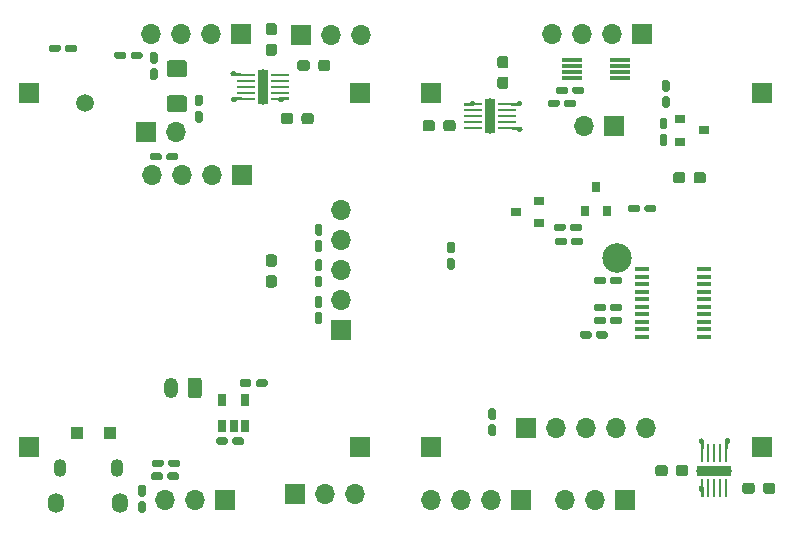
<source format=gbs>
%TF.GenerationSoftware,KiCad,Pcbnew,(5.1.6)-1*%
%TF.CreationDate,2020-11-04T17:06:36+09:00*%
%TF.ProjectId,schematic,73636865-6d61-4746-9963-2e6b69636164,rev?*%
%TF.SameCoordinates,Original*%
%TF.FileFunction,Soldermask,Bot*%
%TF.FilePolarity,Negative*%
%FSLAX46Y46*%
G04 Gerber Fmt 4.6, Leading zero omitted, Abs format (unit mm)*
G04 Created by KiCad (PCBNEW (5.1.6)-1) date 2020-11-04 17:06:36*
%MOMM*%
%LPD*%
G01*
G04 APERTURE LIST*
%ADD10R,1.700000X1.700000*%
%ADD11O,1.700000X1.700000*%
%ADD12R,1.800000X0.300000*%
%ADD13O,1.200000X1.750000*%
%ADD14R,1.100000X1.100000*%
%ADD15C,1.500000*%
%ADD16R,0.800000X0.900000*%
%ADD17R,0.900000X0.800000*%
%ADD18R,1.500000X0.250000*%
%ADD19R,0.840000X3.000000*%
%ADD20O,0.840000X3.000000*%
%ADD21C,0.100000*%
%ADD22R,0.650000X1.060000*%
%ADD23R,0.250000X1.500000*%
%ADD24R,3.000000X0.840000*%
%ADD25O,3.000000X0.840000*%
%ADD26R,1.200000X0.400000*%
%ADD27C,2.500000*%
%ADD28O,1.100000X1.500000*%
%ADD29O,1.350000X1.700000*%
G04 APERTURE END LIST*
D10*
%TO.C,J5*%
X74000000Y-72000000D03*
D11*
X71460000Y-72000000D03*
X68920000Y-72000000D03*
X66380000Y-72000000D03*
%TD*%
D12*
%TO.C,U9*%
X101950000Y-63750000D03*
X101950000Y-63250000D03*
X101950000Y-62750000D03*
X101950000Y-62250000D03*
X106050000Y-62250000D03*
X106050000Y-62750000D03*
X106050000Y-63250000D03*
X106050000Y-63750000D03*
%TD*%
%TO.C,BT1*%
G36*
G01*
X70600000Y-89374999D02*
X70600000Y-90625001D01*
G75*
G02*
X70350001Y-90875000I-249999J0D01*
G01*
X69649999Y-90875000D01*
G75*
G02*
X69400000Y-90625001I0J249999D01*
G01*
X69400000Y-89374999D01*
G75*
G02*
X69649999Y-89125000I249999J0D01*
G01*
X70350001Y-89125000D01*
G75*
G02*
X70600000Y-89374999I0J-249999D01*
G01*
G37*
D13*
X68000000Y-90000000D03*
%TD*%
%TO.C,C1*%
G36*
G01*
X76737500Y-60150000D02*
X76262500Y-60150000D01*
G75*
G02*
X76025000Y-59912500I0J237500D01*
G01*
X76025000Y-59337500D01*
G75*
G02*
X76262500Y-59100000I237500J0D01*
G01*
X76737500Y-59100000D01*
G75*
G02*
X76975000Y-59337500I0J-237500D01*
G01*
X76975000Y-59912500D01*
G75*
G02*
X76737500Y-60150000I-237500J0D01*
G01*
G37*
G36*
G01*
X76737500Y-61900000D02*
X76262500Y-61900000D01*
G75*
G02*
X76025000Y-61662500I0J237500D01*
G01*
X76025000Y-61087500D01*
G75*
G02*
X76262500Y-60850000I237500J0D01*
G01*
X76737500Y-60850000D01*
G75*
G02*
X76975000Y-61087500I0J-237500D01*
G01*
X76975000Y-61662500D01*
G75*
G02*
X76737500Y-61900000I-237500J0D01*
G01*
G37*
%TD*%
%TO.C,C2*%
G36*
G01*
X81500000Y-62462500D02*
X81500000Y-62937500D01*
G75*
G02*
X81262500Y-63175000I-237500J0D01*
G01*
X80687500Y-63175000D01*
G75*
G02*
X80450000Y-62937500I0J237500D01*
G01*
X80450000Y-62462500D01*
G75*
G02*
X80687500Y-62225000I237500J0D01*
G01*
X81262500Y-62225000D01*
G75*
G02*
X81500000Y-62462500I0J-237500D01*
G01*
G37*
G36*
G01*
X79750000Y-62462500D02*
X79750000Y-62937500D01*
G75*
G02*
X79512500Y-63175000I-237500J0D01*
G01*
X78937500Y-63175000D01*
G75*
G02*
X78700000Y-62937500I0J237500D01*
G01*
X78700000Y-62462500D01*
G75*
G02*
X78937500Y-62225000I237500J0D01*
G01*
X79512500Y-62225000D01*
G75*
G02*
X79750000Y-62462500I0J-237500D01*
G01*
G37*
%TD*%
%TO.C,C7*%
G36*
G01*
X77300000Y-67437500D02*
X77300000Y-66962500D01*
G75*
G02*
X77537500Y-66725000I237500J0D01*
G01*
X78112500Y-66725000D01*
G75*
G02*
X78350000Y-66962500I0J-237500D01*
G01*
X78350000Y-67437500D01*
G75*
G02*
X78112500Y-67675000I-237500J0D01*
G01*
X77537500Y-67675000D01*
G75*
G02*
X77300000Y-67437500I0J237500D01*
G01*
G37*
G36*
G01*
X79050000Y-67437500D02*
X79050000Y-66962500D01*
G75*
G02*
X79287500Y-66725000I237500J0D01*
G01*
X79862500Y-66725000D01*
G75*
G02*
X80100000Y-66962500I0J-237500D01*
G01*
X80100000Y-67437500D01*
G75*
G02*
X79862500Y-67675000I-237500J0D01*
G01*
X79287500Y-67675000D01*
G75*
G02*
X79050000Y-67437500I0J237500D01*
G01*
G37*
%TD*%
%TO.C,C9*%
G36*
G01*
X73190000Y-94660000D02*
X73190000Y-94340000D01*
G75*
G02*
X73350000Y-94180000I160000J0D01*
G01*
X74030000Y-94180000D01*
G75*
G02*
X74190000Y-94340000I0J-160000D01*
G01*
X74190000Y-94660000D01*
G75*
G02*
X74030000Y-94820000I-160000J0D01*
G01*
X73350000Y-94820000D01*
G75*
G02*
X73190000Y-94660000I0J160000D01*
G01*
G37*
G36*
G01*
X71810000Y-94660000D02*
X71810000Y-94340000D01*
G75*
G02*
X71970000Y-94180000I160000J0D01*
G01*
X72650000Y-94180000D01*
G75*
G02*
X72810000Y-94340000I0J-160000D01*
G01*
X72810000Y-94660000D01*
G75*
G02*
X72650000Y-94820000I-160000J0D01*
G01*
X71970000Y-94820000D01*
G75*
G02*
X71810000Y-94660000I0J160000D01*
G01*
G37*
%TD*%
%TO.C,C10*%
G36*
G01*
X106190000Y-84140000D02*
X106190000Y-84460000D01*
G75*
G02*
X106030000Y-84620000I-160000J0D01*
G01*
X105350000Y-84620000D01*
G75*
G02*
X105190000Y-84460000I0J160000D01*
G01*
X105190000Y-84140000D01*
G75*
G02*
X105350000Y-83980000I160000J0D01*
G01*
X106030000Y-83980000D01*
G75*
G02*
X106190000Y-84140000I0J-160000D01*
G01*
G37*
G36*
G01*
X104810000Y-84140000D02*
X104810000Y-84460000D01*
G75*
G02*
X104650000Y-84620000I-160000J0D01*
G01*
X103970000Y-84620000D01*
G75*
G02*
X103810000Y-84460000I0J160000D01*
G01*
X103810000Y-84140000D01*
G75*
G02*
X103970000Y-83980000I160000J0D01*
G01*
X104650000Y-83980000D01*
G75*
G02*
X104810000Y-84140000I0J-160000D01*
G01*
G37*
%TD*%
%TO.C,C12*%
G36*
G01*
X118125000Y-98737500D02*
X118125000Y-98262500D01*
G75*
G02*
X118362500Y-98025000I237500J0D01*
G01*
X118937500Y-98025000D01*
G75*
G02*
X119175000Y-98262500I0J-237500D01*
G01*
X119175000Y-98737500D01*
G75*
G02*
X118937500Y-98975000I-237500J0D01*
G01*
X118362500Y-98975000D01*
G75*
G02*
X118125000Y-98737500I0J237500D01*
G01*
G37*
G36*
G01*
X116375000Y-98737500D02*
X116375000Y-98262500D01*
G75*
G02*
X116612500Y-98025000I237500J0D01*
G01*
X117187500Y-98025000D01*
G75*
G02*
X117425000Y-98262500I0J-237500D01*
G01*
X117425000Y-98737500D01*
G75*
G02*
X117187500Y-98975000I-237500J0D01*
G01*
X116612500Y-98975000D01*
G75*
G02*
X116375000Y-98737500I0J237500D01*
G01*
G37*
%TD*%
%TO.C,C13*%
G36*
G01*
X106190000Y-83040000D02*
X106190000Y-83360000D01*
G75*
G02*
X106030000Y-83520000I-160000J0D01*
G01*
X105350000Y-83520000D01*
G75*
G02*
X105190000Y-83360000I0J160000D01*
G01*
X105190000Y-83040000D01*
G75*
G02*
X105350000Y-82880000I160000J0D01*
G01*
X106030000Y-82880000D01*
G75*
G02*
X106190000Y-83040000I0J-160000D01*
G01*
G37*
G36*
G01*
X104810000Y-83040000D02*
X104810000Y-83360000D01*
G75*
G02*
X104650000Y-83520000I-160000J0D01*
G01*
X103970000Y-83520000D01*
G75*
G02*
X103810000Y-83360000I0J160000D01*
G01*
X103810000Y-83040000D01*
G75*
G02*
X103970000Y-82880000I160000J0D01*
G01*
X104650000Y-82880000D01*
G75*
G02*
X104810000Y-83040000I0J-160000D01*
G01*
G37*
%TD*%
%TO.C,C14*%
G36*
G01*
X95040000Y-91710000D02*
X95360000Y-91710000D01*
G75*
G02*
X95520000Y-91870000I0J-160000D01*
G01*
X95520000Y-92550000D01*
G75*
G02*
X95360000Y-92710000I-160000J0D01*
G01*
X95040000Y-92710000D01*
G75*
G02*
X94880000Y-92550000I0J160000D01*
G01*
X94880000Y-91870000D01*
G75*
G02*
X95040000Y-91710000I160000J0D01*
G01*
G37*
G36*
G01*
X95040000Y-93090000D02*
X95360000Y-93090000D01*
G75*
G02*
X95520000Y-93250000I0J-160000D01*
G01*
X95520000Y-93930000D01*
G75*
G02*
X95360000Y-94090000I-160000J0D01*
G01*
X95040000Y-94090000D01*
G75*
G02*
X94880000Y-93930000I0J160000D01*
G01*
X94880000Y-93250000D01*
G75*
G02*
X95040000Y-93090000I160000J0D01*
G01*
G37*
%TD*%
%TO.C,C15*%
G36*
G01*
X65700000Y-99200000D02*
X65380000Y-99200000D01*
G75*
G02*
X65220000Y-99040000I0J160000D01*
G01*
X65220000Y-98360000D01*
G75*
G02*
X65380000Y-98200000I160000J0D01*
G01*
X65700000Y-98200000D01*
G75*
G02*
X65860000Y-98360000I0J-160000D01*
G01*
X65860000Y-99040000D01*
G75*
G02*
X65700000Y-99200000I-160000J0D01*
G01*
G37*
G36*
G01*
X65700000Y-100580000D02*
X65380000Y-100580000D01*
G75*
G02*
X65220000Y-100420000I0J160000D01*
G01*
X65220000Y-99740000D01*
G75*
G02*
X65380000Y-99580000I160000J0D01*
G01*
X65700000Y-99580000D01*
G75*
G02*
X65860000Y-99740000I0J-160000D01*
G01*
X65860000Y-100420000D01*
G75*
G02*
X65700000Y-100580000I-160000J0D01*
G01*
G37*
%TD*%
%TO.C,C16*%
G36*
G01*
X111800000Y-96762500D02*
X111800000Y-97237500D01*
G75*
G02*
X111562500Y-97475000I-237500J0D01*
G01*
X110987500Y-97475000D01*
G75*
G02*
X110750000Y-97237500I0J237500D01*
G01*
X110750000Y-96762500D01*
G75*
G02*
X110987500Y-96525000I237500J0D01*
G01*
X111562500Y-96525000D01*
G75*
G02*
X111800000Y-96762500I0J-237500D01*
G01*
G37*
G36*
G01*
X110050000Y-96762500D02*
X110050000Y-97237500D01*
G75*
G02*
X109812500Y-97475000I-237500J0D01*
G01*
X109237500Y-97475000D01*
G75*
G02*
X109000000Y-97237500I0J237500D01*
G01*
X109000000Y-96762500D01*
G75*
G02*
X109237500Y-96525000I237500J0D01*
G01*
X109812500Y-96525000D01*
G75*
G02*
X110050000Y-96762500I0J-237500D01*
G01*
G37*
%TD*%
%TO.C,C17*%
G36*
G01*
X90350000Y-67562500D02*
X90350000Y-68037500D01*
G75*
G02*
X90112500Y-68275000I-237500J0D01*
G01*
X89537500Y-68275000D01*
G75*
G02*
X89300000Y-68037500I0J237500D01*
G01*
X89300000Y-67562500D01*
G75*
G02*
X89537500Y-67325000I237500J0D01*
G01*
X90112500Y-67325000D01*
G75*
G02*
X90350000Y-67562500I0J-237500D01*
G01*
G37*
G36*
G01*
X92100000Y-67562500D02*
X92100000Y-68037500D01*
G75*
G02*
X91862500Y-68275000I-237500J0D01*
G01*
X91287500Y-68275000D01*
G75*
G02*
X91050000Y-68037500I0J237500D01*
G01*
X91050000Y-67562500D01*
G75*
G02*
X91287500Y-67325000I237500J0D01*
G01*
X91862500Y-67325000D01*
G75*
G02*
X92100000Y-67562500I0J-237500D01*
G01*
G37*
%TD*%
%TO.C,C18*%
G36*
G01*
X67220000Y-70260000D02*
X67220000Y-70580000D01*
G75*
G02*
X67060000Y-70740000I-160000J0D01*
G01*
X66380000Y-70740000D01*
G75*
G02*
X66220000Y-70580000I0J160000D01*
G01*
X66220000Y-70260000D01*
G75*
G02*
X66380000Y-70100000I160000J0D01*
G01*
X67060000Y-70100000D01*
G75*
G02*
X67220000Y-70260000I0J-160000D01*
G01*
G37*
G36*
G01*
X68600000Y-70260000D02*
X68600000Y-70580000D01*
G75*
G02*
X68440000Y-70740000I-160000J0D01*
G01*
X67760000Y-70740000D01*
G75*
G02*
X67600000Y-70580000I0J160000D01*
G01*
X67600000Y-70260000D01*
G75*
G02*
X67760000Y-70100000I160000J0D01*
G01*
X68440000Y-70100000D01*
G75*
G02*
X68600000Y-70260000I0J-160000D01*
G01*
G37*
%TD*%
%TO.C,C19*%
G36*
G01*
X96337500Y-64700000D02*
X95862500Y-64700000D01*
G75*
G02*
X95625000Y-64462500I0J237500D01*
G01*
X95625000Y-63887500D01*
G75*
G02*
X95862500Y-63650000I237500J0D01*
G01*
X96337500Y-63650000D01*
G75*
G02*
X96575000Y-63887500I0J-237500D01*
G01*
X96575000Y-64462500D01*
G75*
G02*
X96337500Y-64700000I-237500J0D01*
G01*
G37*
G36*
G01*
X96337500Y-62950000D02*
X95862500Y-62950000D01*
G75*
G02*
X95625000Y-62712500I0J237500D01*
G01*
X95625000Y-62137500D01*
G75*
G02*
X95862500Y-61900000I237500J0D01*
G01*
X96337500Y-61900000D01*
G75*
G02*
X96575000Y-62137500I0J-237500D01*
G01*
X96575000Y-62712500D01*
G75*
G02*
X96337500Y-62950000I-237500J0D01*
G01*
G37*
%TD*%
%TO.C,C20*%
G36*
G01*
X76737500Y-79750000D02*
X76262500Y-79750000D01*
G75*
G02*
X76025000Y-79512500I0J237500D01*
G01*
X76025000Y-78937500D01*
G75*
G02*
X76262500Y-78700000I237500J0D01*
G01*
X76737500Y-78700000D01*
G75*
G02*
X76975000Y-78937500I0J-237500D01*
G01*
X76975000Y-79512500D01*
G75*
G02*
X76737500Y-79750000I-237500J0D01*
G01*
G37*
G36*
G01*
X76737500Y-81500000D02*
X76262500Y-81500000D01*
G75*
G02*
X76025000Y-81262500I0J237500D01*
G01*
X76025000Y-80687500D01*
G75*
G02*
X76262500Y-80450000I237500J0D01*
G01*
X76737500Y-80450000D01*
G75*
G02*
X76975000Y-80687500I0J-237500D01*
G01*
X76975000Y-81262500D01*
G75*
G02*
X76737500Y-81500000I-237500J0D01*
G01*
G37*
%TD*%
%TO.C,C21*%
G36*
G01*
X70190000Y-66540000D02*
X70510000Y-66540000D01*
G75*
G02*
X70670000Y-66700000I0J-160000D01*
G01*
X70670000Y-67380000D01*
G75*
G02*
X70510000Y-67540000I-160000J0D01*
G01*
X70190000Y-67540000D01*
G75*
G02*
X70030000Y-67380000I0J160000D01*
G01*
X70030000Y-66700000D01*
G75*
G02*
X70190000Y-66540000I160000J0D01*
G01*
G37*
G36*
G01*
X70190000Y-65160000D02*
X70510000Y-65160000D01*
G75*
G02*
X70670000Y-65320000I0J-160000D01*
G01*
X70670000Y-66000000D01*
G75*
G02*
X70510000Y-66160000I-160000J0D01*
G01*
X70190000Y-66160000D01*
G75*
G02*
X70030000Y-66000000I0J160000D01*
G01*
X70030000Y-65320000D01*
G75*
G02*
X70190000Y-65160000I160000J0D01*
G01*
G37*
%TD*%
%TO.C,C26*%
G36*
G01*
X111550000Y-71962500D02*
X111550000Y-72437500D01*
G75*
G02*
X111312500Y-72675000I-237500J0D01*
G01*
X110737500Y-72675000D01*
G75*
G02*
X110500000Y-72437500I0J237500D01*
G01*
X110500000Y-71962500D01*
G75*
G02*
X110737500Y-71725000I237500J0D01*
G01*
X111312500Y-71725000D01*
G75*
G02*
X111550000Y-71962500I0J-237500D01*
G01*
G37*
G36*
G01*
X113300000Y-71962500D02*
X113300000Y-72437500D01*
G75*
G02*
X113062500Y-72675000I-237500J0D01*
G01*
X112487500Y-72675000D01*
G75*
G02*
X112250000Y-72437500I0J237500D01*
G01*
X112250000Y-71962500D01*
G75*
G02*
X112487500Y-71725000I237500J0D01*
G01*
X113062500Y-71725000D01*
G75*
G02*
X113300000Y-71962500I0J-237500D01*
G01*
G37*
%TD*%
D14*
%TO.C,D2*%
X62830000Y-93800000D03*
X60030000Y-93800000D03*
%TD*%
D15*
%TO.C,IC1*%
X60700000Y-65900000D03*
%TD*%
D10*
%TO.C,J1*%
X79000000Y-60100000D03*
D11*
X81540000Y-60100000D03*
X84080000Y-60100000D03*
%TD*%
D10*
%TO.C,J3*%
X72540000Y-99500000D03*
D11*
X70000000Y-99500000D03*
X67460000Y-99500000D03*
%TD*%
D10*
%TO.C,J4*%
X97640000Y-99500000D03*
D11*
X95100000Y-99500000D03*
X92560000Y-99500000D03*
X90020000Y-99500000D03*
%TD*%
%TO.C,J6*%
X108180000Y-93400000D03*
X105640000Y-93400000D03*
X103100000Y-93400000D03*
X100560000Y-93400000D03*
D10*
X98020000Y-93400000D03*
%TD*%
%TO.C,J7*%
X82400000Y-85080000D03*
D11*
X82400000Y-82540000D03*
X82400000Y-80000000D03*
X82400000Y-77460000D03*
X82400000Y-74920000D03*
%TD*%
%TO.C,J8*%
X101360000Y-99500000D03*
X103900000Y-99500000D03*
D10*
X106440000Y-99500000D03*
%TD*%
%TO.C,J9*%
X90000000Y-65000000D03*
%TD*%
%TO.C,J10*%
X56000000Y-65000000D03*
%TD*%
%TO.C,J11*%
X55990000Y-94990000D03*
%TD*%
%TO.C,J12*%
X84000000Y-95000000D03*
%TD*%
%TO.C,J13*%
X118000000Y-95000000D03*
%TD*%
%TO.C,J14*%
X90000000Y-95000000D03*
%TD*%
%TO.C,J17*%
X118000000Y-65000000D03*
%TD*%
%TO.C,J18*%
X84000000Y-65000000D03*
%TD*%
%TO.C,J19*%
X105500000Y-67800000D03*
D11*
X102960000Y-67800000D03*
%TD*%
D10*
%TO.C,M1*%
X65900000Y-68300000D03*
D11*
X68440000Y-68300000D03*
%TD*%
D16*
%TO.C,Q2*%
X104000000Y-73000000D03*
X103050000Y-75000000D03*
X104950000Y-75000000D03*
%TD*%
D17*
%TO.C,Q3*%
X99200000Y-74150000D03*
X99200000Y-76050000D03*
X97200000Y-75100000D03*
%TD*%
%TO.C,Q8*%
X111100000Y-69150000D03*
X111100000Y-67250000D03*
X113100000Y-68200000D03*
%TD*%
%TO.C,R2*%
G36*
G01*
X75190000Y-89760000D02*
X75190000Y-89440000D01*
G75*
G02*
X75350000Y-89280000I160000J0D01*
G01*
X76030000Y-89280000D01*
G75*
G02*
X76190000Y-89440000I0J-160000D01*
G01*
X76190000Y-89760000D01*
G75*
G02*
X76030000Y-89920000I-160000J0D01*
G01*
X75350000Y-89920000D01*
G75*
G02*
X75190000Y-89760000I0J160000D01*
G01*
G37*
G36*
G01*
X73810000Y-89760000D02*
X73810000Y-89440000D01*
G75*
G02*
X73970000Y-89280000I160000J0D01*
G01*
X74650000Y-89280000D01*
G75*
G02*
X74810000Y-89440000I0J-160000D01*
G01*
X74810000Y-89760000D01*
G75*
G02*
X74650000Y-89920000I-160000J0D01*
G01*
X73970000Y-89920000D01*
G75*
G02*
X73810000Y-89760000I0J160000D01*
G01*
G37*
%TD*%
%TO.C,R3*%
G36*
G01*
X66390000Y-96540000D02*
X66390000Y-96220000D01*
G75*
G02*
X66550000Y-96060000I160000J0D01*
G01*
X67230000Y-96060000D01*
G75*
G02*
X67390000Y-96220000I0J-160000D01*
G01*
X67390000Y-96540000D01*
G75*
G02*
X67230000Y-96700000I-160000J0D01*
G01*
X66550000Y-96700000D01*
G75*
G02*
X66390000Y-96540000I0J160000D01*
G01*
G37*
G36*
G01*
X67770000Y-96540000D02*
X67770000Y-96220000D01*
G75*
G02*
X67930000Y-96060000I160000J0D01*
G01*
X68610000Y-96060000D01*
G75*
G02*
X68770000Y-96220000I0J-160000D01*
G01*
X68770000Y-96540000D01*
G75*
G02*
X68610000Y-96700000I-160000J0D01*
G01*
X67930000Y-96700000D01*
G75*
G02*
X67770000Y-96540000I0J160000D01*
G01*
G37*
%TD*%
%TO.C,R4*%
G36*
G01*
X67310000Y-97320000D02*
X67310000Y-97640000D01*
G75*
G02*
X67150000Y-97800000I-160000J0D01*
G01*
X66470000Y-97800000D01*
G75*
G02*
X66310000Y-97640000I0J160000D01*
G01*
X66310000Y-97320000D01*
G75*
G02*
X66470000Y-97160000I160000J0D01*
G01*
X67150000Y-97160000D01*
G75*
G02*
X67310000Y-97320000I0J-160000D01*
G01*
G37*
G36*
G01*
X68690000Y-97320000D02*
X68690000Y-97640000D01*
G75*
G02*
X68530000Y-97800000I-160000J0D01*
G01*
X67850000Y-97800000D01*
G75*
G02*
X67690000Y-97640000I0J160000D01*
G01*
X67690000Y-97320000D01*
G75*
G02*
X67850000Y-97160000I160000J0D01*
G01*
X68530000Y-97160000D01*
G75*
G02*
X68690000Y-97320000I0J-160000D01*
G01*
G37*
%TD*%
%TO.C,R5*%
G36*
G01*
X102890000Y-77440000D02*
X102890000Y-77760000D01*
G75*
G02*
X102730000Y-77920000I-160000J0D01*
G01*
X102050000Y-77920000D01*
G75*
G02*
X101890000Y-77760000I0J160000D01*
G01*
X101890000Y-77440000D01*
G75*
G02*
X102050000Y-77280000I160000J0D01*
G01*
X102730000Y-77280000D01*
G75*
G02*
X102890000Y-77440000I0J-160000D01*
G01*
G37*
G36*
G01*
X101510000Y-77440000D02*
X101510000Y-77760000D01*
G75*
G02*
X101350000Y-77920000I-160000J0D01*
G01*
X100670000Y-77920000D01*
G75*
G02*
X100510000Y-77760000I0J160000D01*
G01*
X100510000Y-77440000D01*
G75*
G02*
X100670000Y-77280000I160000J0D01*
G01*
X101350000Y-77280000D01*
G75*
G02*
X101510000Y-77440000I0J-160000D01*
G01*
G37*
%TD*%
%TO.C,R6*%
G36*
G01*
X101790000Y-76560000D02*
X101790000Y-76240000D01*
G75*
G02*
X101950000Y-76080000I160000J0D01*
G01*
X102630000Y-76080000D01*
G75*
G02*
X102790000Y-76240000I0J-160000D01*
G01*
X102790000Y-76560000D01*
G75*
G02*
X102630000Y-76720000I-160000J0D01*
G01*
X101950000Y-76720000D01*
G75*
G02*
X101790000Y-76560000I0J160000D01*
G01*
G37*
G36*
G01*
X100410000Y-76560000D02*
X100410000Y-76240000D01*
G75*
G02*
X100570000Y-76080000I160000J0D01*
G01*
X101250000Y-76080000D01*
G75*
G02*
X101410000Y-76240000I0J-160000D01*
G01*
X101410000Y-76560000D01*
G75*
G02*
X101250000Y-76720000I-160000J0D01*
G01*
X100570000Y-76720000D01*
G75*
G02*
X100410000Y-76560000I0J160000D01*
G01*
G37*
%TD*%
%TO.C,R7*%
G36*
G01*
X109540000Y-68490000D02*
X109860000Y-68490000D01*
G75*
G02*
X110020000Y-68650000I0J-160000D01*
G01*
X110020000Y-69330000D01*
G75*
G02*
X109860000Y-69490000I-160000J0D01*
G01*
X109540000Y-69490000D01*
G75*
G02*
X109380000Y-69330000I0J160000D01*
G01*
X109380000Y-68650000D01*
G75*
G02*
X109540000Y-68490000I160000J0D01*
G01*
G37*
G36*
G01*
X109540000Y-67110000D02*
X109860000Y-67110000D01*
G75*
G02*
X110020000Y-67270000I0J-160000D01*
G01*
X110020000Y-67950000D01*
G75*
G02*
X109860000Y-68110000I-160000J0D01*
G01*
X109540000Y-68110000D01*
G75*
G02*
X109380000Y-67950000I0J160000D01*
G01*
X109380000Y-67270000D01*
G75*
G02*
X109540000Y-67110000I160000J0D01*
G01*
G37*
%TD*%
%TO.C,R8*%
G36*
G01*
X110060000Y-66290000D02*
X109740000Y-66290000D01*
G75*
G02*
X109580000Y-66130000I0J160000D01*
G01*
X109580000Y-65450000D01*
G75*
G02*
X109740000Y-65290000I160000J0D01*
G01*
X110060000Y-65290000D01*
G75*
G02*
X110220000Y-65450000I0J-160000D01*
G01*
X110220000Y-66130000D01*
G75*
G02*
X110060000Y-66290000I-160000J0D01*
G01*
G37*
G36*
G01*
X110060000Y-64910000D02*
X109740000Y-64910000D01*
G75*
G02*
X109580000Y-64750000I0J160000D01*
G01*
X109580000Y-64070000D01*
G75*
G02*
X109740000Y-63910000I160000J0D01*
G01*
X110060000Y-63910000D01*
G75*
G02*
X110220000Y-64070000I0J-160000D01*
G01*
X110220000Y-64750000D01*
G75*
G02*
X110060000Y-64910000I-160000J0D01*
G01*
G37*
%TD*%
%TO.C,R11*%
G36*
G01*
X80660000Y-80110000D02*
X80340000Y-80110000D01*
G75*
G02*
X80180000Y-79950000I0J160000D01*
G01*
X80180000Y-79270000D01*
G75*
G02*
X80340000Y-79110000I160000J0D01*
G01*
X80660000Y-79110000D01*
G75*
G02*
X80820000Y-79270000I0J-160000D01*
G01*
X80820000Y-79950000D01*
G75*
G02*
X80660000Y-80110000I-160000J0D01*
G01*
G37*
G36*
G01*
X80660000Y-81490000D02*
X80340000Y-81490000D01*
G75*
G02*
X80180000Y-81330000I0J160000D01*
G01*
X80180000Y-80650000D01*
G75*
G02*
X80340000Y-80490000I160000J0D01*
G01*
X80660000Y-80490000D01*
G75*
G02*
X80820000Y-80650000I0J-160000D01*
G01*
X80820000Y-81330000D01*
G75*
G02*
X80660000Y-81490000I-160000J0D01*
G01*
G37*
%TD*%
%TO.C,R12*%
G36*
G01*
X103610000Y-85340000D02*
X103610000Y-85660000D01*
G75*
G02*
X103450000Y-85820000I-160000J0D01*
G01*
X102770000Y-85820000D01*
G75*
G02*
X102610000Y-85660000I0J160000D01*
G01*
X102610000Y-85340000D01*
G75*
G02*
X102770000Y-85180000I160000J0D01*
G01*
X103450000Y-85180000D01*
G75*
G02*
X103610000Y-85340000I0J-160000D01*
G01*
G37*
G36*
G01*
X104990000Y-85340000D02*
X104990000Y-85660000D01*
G75*
G02*
X104830000Y-85820000I-160000J0D01*
G01*
X104150000Y-85820000D01*
G75*
G02*
X103990000Y-85660000I0J160000D01*
G01*
X103990000Y-85340000D01*
G75*
G02*
X104150000Y-85180000I160000J0D01*
G01*
X104830000Y-85180000D01*
G75*
G02*
X104990000Y-85340000I0J-160000D01*
G01*
G37*
%TD*%
%TO.C,R13*%
G36*
G01*
X91860000Y-78610000D02*
X91540000Y-78610000D01*
G75*
G02*
X91380000Y-78450000I0J160000D01*
G01*
X91380000Y-77770000D01*
G75*
G02*
X91540000Y-77610000I160000J0D01*
G01*
X91860000Y-77610000D01*
G75*
G02*
X92020000Y-77770000I0J-160000D01*
G01*
X92020000Y-78450000D01*
G75*
G02*
X91860000Y-78610000I-160000J0D01*
G01*
G37*
G36*
G01*
X91860000Y-79990000D02*
X91540000Y-79990000D01*
G75*
G02*
X91380000Y-79830000I0J160000D01*
G01*
X91380000Y-79150000D01*
G75*
G02*
X91540000Y-78990000I160000J0D01*
G01*
X91860000Y-78990000D01*
G75*
G02*
X92020000Y-79150000I0J-160000D01*
G01*
X92020000Y-79830000D01*
G75*
G02*
X91860000Y-79990000I-160000J0D01*
G01*
G37*
%TD*%
%TO.C,R17*%
G36*
G01*
X69125000Y-66662500D02*
X67875000Y-66662500D01*
G75*
G02*
X67625000Y-66412500I0J250000D01*
G01*
X67625000Y-65487500D01*
G75*
G02*
X67875000Y-65237500I250000J0D01*
G01*
X69125000Y-65237500D01*
G75*
G02*
X69375000Y-65487500I0J-250000D01*
G01*
X69375000Y-66412500D01*
G75*
G02*
X69125000Y-66662500I-250000J0D01*
G01*
G37*
G36*
G01*
X69125000Y-63687500D02*
X67875000Y-63687500D01*
G75*
G02*
X67625000Y-63437500I0J250000D01*
G01*
X67625000Y-62512500D01*
G75*
G02*
X67875000Y-62262500I250000J0D01*
G01*
X69125000Y-62262500D01*
G75*
G02*
X69375000Y-62512500I0J-250000D01*
G01*
X69375000Y-63437500D01*
G75*
G02*
X69125000Y-63687500I-250000J0D01*
G01*
G37*
%TD*%
%TO.C,R18*%
G36*
G01*
X60040000Y-61090000D02*
X60040000Y-61410000D01*
G75*
G02*
X59880000Y-61570000I-160000J0D01*
G01*
X59200000Y-61570000D01*
G75*
G02*
X59040000Y-61410000I0J160000D01*
G01*
X59040000Y-61090000D01*
G75*
G02*
X59200000Y-60930000I160000J0D01*
G01*
X59880000Y-60930000D01*
G75*
G02*
X60040000Y-61090000I0J-160000D01*
G01*
G37*
G36*
G01*
X58660000Y-61090000D02*
X58660000Y-61410000D01*
G75*
G02*
X58500000Y-61570000I-160000J0D01*
G01*
X57820000Y-61570000D01*
G75*
G02*
X57660000Y-61410000I0J160000D01*
G01*
X57660000Y-61090000D01*
G75*
G02*
X57820000Y-60930000I160000J0D01*
G01*
X58500000Y-60930000D01*
G75*
G02*
X58660000Y-61090000I0J-160000D01*
G01*
G37*
%TD*%
%TO.C,R19*%
G36*
G01*
X80660000Y-83210000D02*
X80340000Y-83210000D01*
G75*
G02*
X80180000Y-83050000I0J160000D01*
G01*
X80180000Y-82370000D01*
G75*
G02*
X80340000Y-82210000I160000J0D01*
G01*
X80660000Y-82210000D01*
G75*
G02*
X80820000Y-82370000I0J-160000D01*
G01*
X80820000Y-83050000D01*
G75*
G02*
X80660000Y-83210000I-160000J0D01*
G01*
G37*
G36*
G01*
X80660000Y-84590000D02*
X80340000Y-84590000D01*
G75*
G02*
X80180000Y-84430000I0J160000D01*
G01*
X80180000Y-83750000D01*
G75*
G02*
X80340000Y-83590000I160000J0D01*
G01*
X80660000Y-83590000D01*
G75*
G02*
X80820000Y-83750000I0J-160000D01*
G01*
X80820000Y-84430000D01*
G75*
G02*
X80660000Y-84590000I-160000J0D01*
G01*
G37*
%TD*%
%TO.C,R20*%
G36*
G01*
X106190000Y-80740000D02*
X106190000Y-81060000D01*
G75*
G02*
X106030000Y-81220000I-160000J0D01*
G01*
X105350000Y-81220000D01*
G75*
G02*
X105190000Y-81060000I0J160000D01*
G01*
X105190000Y-80740000D01*
G75*
G02*
X105350000Y-80580000I160000J0D01*
G01*
X106030000Y-80580000D01*
G75*
G02*
X106190000Y-80740000I0J-160000D01*
G01*
G37*
G36*
G01*
X104810000Y-80740000D02*
X104810000Y-81060000D01*
G75*
G02*
X104650000Y-81220000I-160000J0D01*
G01*
X103970000Y-81220000D01*
G75*
G02*
X103810000Y-81060000I0J160000D01*
G01*
X103810000Y-80740000D01*
G75*
G02*
X103970000Y-80580000I160000J0D01*
G01*
X104650000Y-80580000D01*
G75*
G02*
X104810000Y-80740000I0J-160000D01*
G01*
G37*
%TD*%
%TO.C,R22*%
G36*
G01*
X80660000Y-77110000D02*
X80340000Y-77110000D01*
G75*
G02*
X80180000Y-76950000I0J160000D01*
G01*
X80180000Y-76270000D01*
G75*
G02*
X80340000Y-76110000I160000J0D01*
G01*
X80660000Y-76110000D01*
G75*
G02*
X80820000Y-76270000I0J-160000D01*
G01*
X80820000Y-76950000D01*
G75*
G02*
X80660000Y-77110000I-160000J0D01*
G01*
G37*
G36*
G01*
X80660000Y-78490000D02*
X80340000Y-78490000D01*
G75*
G02*
X80180000Y-78330000I0J160000D01*
G01*
X80180000Y-77650000D01*
G75*
G02*
X80340000Y-77490000I160000J0D01*
G01*
X80660000Y-77490000D01*
G75*
G02*
X80820000Y-77650000I0J-160000D01*
G01*
X80820000Y-78330000D01*
G75*
G02*
X80660000Y-78490000I-160000J0D01*
G01*
G37*
%TD*%
%TO.C,R24*%
G36*
G01*
X101990000Y-64960000D02*
X101990000Y-64640000D01*
G75*
G02*
X102150000Y-64480000I160000J0D01*
G01*
X102830000Y-64480000D01*
G75*
G02*
X102990000Y-64640000I0J-160000D01*
G01*
X102990000Y-64960000D01*
G75*
G02*
X102830000Y-65120000I-160000J0D01*
G01*
X102150000Y-65120000D01*
G75*
G02*
X101990000Y-64960000I0J160000D01*
G01*
G37*
G36*
G01*
X100610000Y-64960000D02*
X100610000Y-64640000D01*
G75*
G02*
X100770000Y-64480000I160000J0D01*
G01*
X101450000Y-64480000D01*
G75*
G02*
X101610000Y-64640000I0J-160000D01*
G01*
X101610000Y-64960000D01*
G75*
G02*
X101450000Y-65120000I-160000J0D01*
G01*
X100770000Y-65120000D01*
G75*
G02*
X100610000Y-64960000I0J160000D01*
G01*
G37*
%TD*%
%TO.C,R26*%
G36*
G01*
X102290000Y-65740000D02*
X102290000Y-66060000D01*
G75*
G02*
X102130000Y-66220000I-160000J0D01*
G01*
X101450000Y-66220000D01*
G75*
G02*
X101290000Y-66060000I0J160000D01*
G01*
X101290000Y-65740000D01*
G75*
G02*
X101450000Y-65580000I160000J0D01*
G01*
X102130000Y-65580000D01*
G75*
G02*
X102290000Y-65740000I0J-160000D01*
G01*
G37*
G36*
G01*
X100910000Y-65740000D02*
X100910000Y-66060000D01*
G75*
G02*
X100750000Y-66220000I-160000J0D01*
G01*
X100070000Y-66220000D01*
G75*
G02*
X99910000Y-66060000I0J160000D01*
G01*
X99910000Y-65740000D01*
G75*
G02*
X100070000Y-65580000I160000J0D01*
G01*
X100750000Y-65580000D01*
G75*
G02*
X100910000Y-65740000I0J-160000D01*
G01*
G37*
%TD*%
%TO.C,R28*%
G36*
G01*
X66390000Y-61560000D02*
X66710000Y-61560000D01*
G75*
G02*
X66870000Y-61720000I0J-160000D01*
G01*
X66870000Y-62400000D01*
G75*
G02*
X66710000Y-62560000I-160000J0D01*
G01*
X66390000Y-62560000D01*
G75*
G02*
X66230000Y-62400000I0J160000D01*
G01*
X66230000Y-61720000D01*
G75*
G02*
X66390000Y-61560000I160000J0D01*
G01*
G37*
G36*
G01*
X66390000Y-62940000D02*
X66710000Y-62940000D01*
G75*
G02*
X66870000Y-63100000I0J-160000D01*
G01*
X66870000Y-63780000D01*
G75*
G02*
X66710000Y-63940000I-160000J0D01*
G01*
X66390000Y-63940000D01*
G75*
G02*
X66230000Y-63780000I0J160000D01*
G01*
X66230000Y-63100000D01*
G75*
G02*
X66390000Y-62940000I160000J0D01*
G01*
G37*
%TD*%
%TO.C,R29*%
G36*
G01*
X107710000Y-74640000D02*
X107710000Y-74960000D01*
G75*
G02*
X107550000Y-75120000I-160000J0D01*
G01*
X106870000Y-75120000D01*
G75*
G02*
X106710000Y-74960000I0J160000D01*
G01*
X106710000Y-74640000D01*
G75*
G02*
X106870000Y-74480000I160000J0D01*
G01*
X107550000Y-74480000D01*
G75*
G02*
X107710000Y-74640000I0J-160000D01*
G01*
G37*
G36*
G01*
X109090000Y-74640000D02*
X109090000Y-74960000D01*
G75*
G02*
X108930000Y-75120000I-160000J0D01*
G01*
X108250000Y-75120000D01*
G75*
G02*
X108090000Y-74960000I0J160000D01*
G01*
X108090000Y-74640000D01*
G75*
G02*
X108250000Y-74480000I160000J0D01*
G01*
X108930000Y-74480000D01*
G75*
G02*
X109090000Y-74640000I0J-160000D01*
G01*
G37*
%TD*%
%TO.C,R30*%
G36*
G01*
X63210000Y-62010000D02*
X63210000Y-61690000D01*
G75*
G02*
X63370000Y-61530000I160000J0D01*
G01*
X64050000Y-61530000D01*
G75*
G02*
X64210000Y-61690000I0J-160000D01*
G01*
X64210000Y-62010000D01*
G75*
G02*
X64050000Y-62170000I-160000J0D01*
G01*
X63370000Y-62170000D01*
G75*
G02*
X63210000Y-62010000I0J160000D01*
G01*
G37*
G36*
G01*
X64590000Y-62010000D02*
X64590000Y-61690000D01*
G75*
G02*
X64750000Y-61530000I160000J0D01*
G01*
X65430000Y-61530000D01*
G75*
G02*
X65590000Y-61690000I0J-160000D01*
G01*
X65590000Y-62010000D01*
G75*
G02*
X65430000Y-62170000I-160000J0D01*
G01*
X64750000Y-62170000D01*
G75*
G02*
X64590000Y-62010000I0J160000D01*
G01*
G37*
%TD*%
D10*
%TO.C,SW3*%
X78460000Y-99000000D03*
D11*
X81000000Y-99000000D03*
X83540000Y-99000000D03*
%TD*%
D18*
%TO.C,U1*%
X74350000Y-65500000D03*
X74350000Y-65000000D03*
X74350000Y-64500000D03*
X74350000Y-64000000D03*
X74350000Y-63500000D03*
X77250000Y-63500000D03*
X77250000Y-64000000D03*
X77250000Y-64500000D03*
X77250000Y-65000000D03*
X77250000Y-65500000D03*
D19*
X75800000Y-64500000D03*
D20*
X75800000Y-64500000D03*
D21*
G36*
X73260225Y-63175145D02*
G01*
X73260826Y-63175145D01*
X73261621Y-63175223D01*
X73268657Y-63175616D01*
X73279519Y-63177297D01*
X73290165Y-63180030D01*
X73300493Y-63183789D01*
X73310405Y-63188538D01*
X73319807Y-63194232D01*
X73327518Y-63200000D01*
X73356900Y-63200000D01*
X73606900Y-63375000D01*
X73956900Y-63375000D01*
X73956900Y-63625000D01*
X73256900Y-63625000D01*
X73256900Y-63624866D01*
X73251403Y-63624866D01*
X73240426Y-63624329D01*
X73238857Y-63624241D01*
X73234166Y-63623715D01*
X73229484Y-63623256D01*
X73218611Y-63621650D01*
X73217058Y-63621409D01*
X73212430Y-63620425D01*
X73207833Y-63619515D01*
X73197177Y-63616858D01*
X73197167Y-63616856D01*
X73197156Y-63616853D01*
X73195647Y-63616466D01*
X73191130Y-63615033D01*
X73186645Y-63613679D01*
X73176291Y-63609992D01*
X73174814Y-63609455D01*
X73170472Y-63607594D01*
X73166140Y-63605809D01*
X73156194Y-63601130D01*
X73156187Y-63601127D01*
X73156183Y-63601125D01*
X73156178Y-63601122D01*
X73154777Y-63600451D01*
X73150661Y-63598189D01*
X73146479Y-63595965D01*
X73137038Y-63590337D01*
X73135694Y-63589523D01*
X73131793Y-63586852D01*
X73127876Y-63584249D01*
X73119030Y-63577726D01*
X73117772Y-63576785D01*
X73114149Y-63573744D01*
X73110523Y-63570787D01*
X73102362Y-63563440D01*
X73102353Y-63563432D01*
X73102343Y-63563422D01*
X73101194Y-63562374D01*
X73097855Y-63558965D01*
X73094554Y-63555687D01*
X73087142Y-63547570D01*
X73086090Y-63546402D01*
X73083119Y-63542707D01*
X73080135Y-63539100D01*
X73073553Y-63530302D01*
X73073548Y-63530296D01*
X73073540Y-63530283D01*
X73072619Y-63529035D01*
X73070044Y-63525101D01*
X73067402Y-63521183D01*
X73061709Y-63511783D01*
X73060905Y-63510433D01*
X73058703Y-63506221D01*
X73056488Y-63502125D01*
X73051738Y-63492214D01*
X73051069Y-63490792D01*
X73049308Y-63486435D01*
X73047473Y-63482069D01*
X73043714Y-63471740D01*
X73043187Y-63470260D01*
X73041853Y-63465726D01*
X73040464Y-63461240D01*
X73037731Y-63450595D01*
X73037351Y-63449070D01*
X73036456Y-63444379D01*
X73035523Y-63439836D01*
X73033841Y-63428975D01*
X73033612Y-63427420D01*
X73033185Y-63422734D01*
X73032691Y-63418033D01*
X73032078Y-63407059D01*
X73032001Y-63405490D01*
X73032035Y-63400743D01*
X73032002Y-63396076D01*
X73032462Y-63385095D01*
X73032538Y-63383526D01*
X73033031Y-63378837D01*
X73033458Y-63374143D01*
X73034988Y-63363259D01*
X73035218Y-63361705D01*
X73036163Y-63357103D01*
X73037046Y-63352471D01*
X73039630Y-63341788D01*
X73040010Y-63340264D01*
X73041410Y-63335742D01*
X73042736Y-63331237D01*
X73046350Y-63320857D01*
X73046878Y-63319377D01*
X73048694Y-63315056D01*
X73050465Y-63310673D01*
X73055075Y-63300695D01*
X73055744Y-63299274D01*
X73057991Y-63295118D01*
X73060170Y-63290949D01*
X73065732Y-63281469D01*
X73066536Y-63280120D01*
X73069191Y-63276183D01*
X73071748Y-63272276D01*
X73078208Y-63263384D01*
X73078213Y-63263376D01*
X73078224Y-63263363D01*
X73079140Y-63262119D01*
X73082153Y-63258476D01*
X73085101Y-63254811D01*
X73092399Y-63246592D01*
X73093450Y-63245424D01*
X73096813Y-63242085D01*
X73100081Y-63238747D01*
X73108145Y-63231279D01*
X73108151Y-63231273D01*
X73108158Y-63231267D01*
X73109305Y-63230219D01*
X73112966Y-63227233D01*
X73116571Y-63224208D01*
X73125326Y-63217563D01*
X73126584Y-63216622D01*
X73130540Y-63213994D01*
X73134389Y-63211358D01*
X73143751Y-63205598D01*
X73143752Y-63205597D01*
X73143757Y-63205594D01*
X73143764Y-63205590D01*
X73145095Y-63204784D01*
X73149234Y-63202583D01*
X73153389Y-63200299D01*
X73163258Y-63195487D01*
X73163265Y-63195483D01*
X73163274Y-63195479D01*
X73164684Y-63194803D01*
X73169033Y-63193011D01*
X73173367Y-63191153D01*
X73183668Y-63187322D01*
X73185144Y-63186785D01*
X73189668Y-63185419D01*
X73194143Y-63183999D01*
X73204770Y-63181191D01*
X73206292Y-63180800D01*
X73210966Y-63179874D01*
X73215527Y-63178905D01*
X73226372Y-63177149D01*
X73226375Y-63177148D01*
X73226379Y-63177148D01*
X73227929Y-63176907D01*
X73232642Y-63176445D01*
X73237297Y-63175923D01*
X73248267Y-63175233D01*
X73249835Y-63175145D01*
X73252200Y-63175145D01*
X73254541Y-63175014D01*
X73256112Y-63175003D01*
X73257683Y-63175003D01*
X73260225Y-63175145D01*
G37*
G36*
X74000000Y-65625000D02*
G01*
X73600000Y-65625000D01*
X73400000Y-65800000D01*
X73370500Y-65800000D01*
X73366759Y-65803051D01*
X73357604Y-65809134D01*
X73347900Y-65814294D01*
X73337737Y-65818481D01*
X73327215Y-65821658D01*
X73316433Y-65823793D01*
X73305495Y-65824866D01*
X73294503Y-65824866D01*
X73283526Y-65824329D01*
X73281957Y-65824241D01*
X73277266Y-65823715D01*
X73272584Y-65823256D01*
X73261711Y-65821650D01*
X73260158Y-65821409D01*
X73255530Y-65820425D01*
X73250933Y-65819515D01*
X73240277Y-65816858D01*
X73240267Y-65816856D01*
X73240256Y-65816853D01*
X73238747Y-65816466D01*
X73234230Y-65815033D01*
X73229745Y-65813679D01*
X73219391Y-65809992D01*
X73217914Y-65809455D01*
X73213572Y-65807594D01*
X73209240Y-65805809D01*
X73199294Y-65801130D01*
X73199287Y-65801127D01*
X73199283Y-65801125D01*
X73199278Y-65801122D01*
X73197877Y-65800451D01*
X73193761Y-65798189D01*
X73189579Y-65795965D01*
X73180138Y-65790337D01*
X73178794Y-65789523D01*
X73174893Y-65786852D01*
X73170976Y-65784249D01*
X73162130Y-65777726D01*
X73160872Y-65776785D01*
X73157249Y-65773744D01*
X73153623Y-65770787D01*
X73145462Y-65763440D01*
X73145453Y-65763432D01*
X73145443Y-65763422D01*
X73144294Y-65762374D01*
X73140955Y-65758965D01*
X73137654Y-65755687D01*
X73130242Y-65747570D01*
X73129190Y-65746402D01*
X73126219Y-65742707D01*
X73123235Y-65739100D01*
X73116653Y-65730302D01*
X73116648Y-65730296D01*
X73116640Y-65730283D01*
X73115719Y-65729035D01*
X73113144Y-65725101D01*
X73110502Y-65721183D01*
X73104809Y-65711783D01*
X73104005Y-65710433D01*
X73101803Y-65706221D01*
X73099588Y-65702125D01*
X73094838Y-65692214D01*
X73094169Y-65690792D01*
X73092408Y-65686435D01*
X73090573Y-65682069D01*
X73086814Y-65671740D01*
X73086287Y-65670260D01*
X73084953Y-65665726D01*
X73083564Y-65661240D01*
X73080831Y-65650595D01*
X73080451Y-65649070D01*
X73079556Y-65644379D01*
X73078623Y-65639836D01*
X73076941Y-65628975D01*
X73076712Y-65627420D01*
X73076285Y-65622734D01*
X73075791Y-65618033D01*
X73075178Y-65607059D01*
X73075101Y-65605490D01*
X73075135Y-65600743D01*
X73075102Y-65596076D01*
X73075562Y-65585095D01*
X73075638Y-65583526D01*
X73076131Y-65578837D01*
X73076558Y-65574143D01*
X73078088Y-65563259D01*
X73078318Y-65561705D01*
X73079263Y-65557103D01*
X73080146Y-65552471D01*
X73082730Y-65541788D01*
X73083110Y-65540264D01*
X73084510Y-65535742D01*
X73085836Y-65531237D01*
X73089450Y-65520857D01*
X73089978Y-65519377D01*
X73091794Y-65515056D01*
X73093565Y-65510673D01*
X73098175Y-65500695D01*
X73098844Y-65499274D01*
X73101091Y-65495118D01*
X73103270Y-65490949D01*
X73108832Y-65481469D01*
X73109636Y-65480120D01*
X73112291Y-65476183D01*
X73114848Y-65472276D01*
X73121308Y-65463384D01*
X73121313Y-65463376D01*
X73121324Y-65463363D01*
X73122240Y-65462119D01*
X73125253Y-65458476D01*
X73128201Y-65454811D01*
X73135499Y-65446592D01*
X73136550Y-65445424D01*
X73139913Y-65442085D01*
X73143181Y-65438747D01*
X73151245Y-65431279D01*
X73151251Y-65431273D01*
X73151258Y-65431267D01*
X73152405Y-65430219D01*
X73156066Y-65427233D01*
X73159671Y-65424208D01*
X73168426Y-65417563D01*
X73169684Y-65416622D01*
X73173640Y-65413994D01*
X73177489Y-65411358D01*
X73186851Y-65405598D01*
X73186852Y-65405597D01*
X73186857Y-65405594D01*
X73186864Y-65405590D01*
X73188195Y-65404784D01*
X73192334Y-65402583D01*
X73196489Y-65400299D01*
X73206358Y-65395487D01*
X73206365Y-65395483D01*
X73206374Y-65395479D01*
X73207784Y-65394803D01*
X73212133Y-65393011D01*
X73216467Y-65391153D01*
X73226768Y-65387322D01*
X73228244Y-65386785D01*
X73232768Y-65385419D01*
X73237243Y-65383999D01*
X73247870Y-65381191D01*
X73249392Y-65380800D01*
X73254066Y-65379874D01*
X73258627Y-65378905D01*
X73269472Y-65377149D01*
X73269475Y-65377148D01*
X73269479Y-65377148D01*
X73271029Y-65376907D01*
X73275742Y-65376445D01*
X73280397Y-65375923D01*
X73291367Y-65375233D01*
X73292935Y-65375145D01*
X73295300Y-65375145D01*
X73297641Y-65375014D01*
X73299212Y-65375003D01*
X73300000Y-65375003D01*
X73300000Y-65375000D01*
X74000000Y-65375000D01*
X74000000Y-65625000D01*
G37*
G36*
X78000000Y-65625000D02*
G01*
X77600000Y-65625000D01*
X77400000Y-65800000D01*
X77370500Y-65800000D01*
X77366759Y-65803051D01*
X77357604Y-65809134D01*
X77347900Y-65814294D01*
X77337737Y-65818481D01*
X77327215Y-65821658D01*
X77316433Y-65823793D01*
X77305495Y-65824866D01*
X77294503Y-65824866D01*
X77283526Y-65824329D01*
X77281957Y-65824241D01*
X77277266Y-65823715D01*
X77272584Y-65823256D01*
X77261711Y-65821650D01*
X77260158Y-65821409D01*
X77255530Y-65820425D01*
X77250933Y-65819515D01*
X77240277Y-65816858D01*
X77240267Y-65816856D01*
X77240256Y-65816853D01*
X77238747Y-65816466D01*
X77234230Y-65815033D01*
X77229745Y-65813679D01*
X77219391Y-65809992D01*
X77217914Y-65809455D01*
X77213572Y-65807594D01*
X77209240Y-65805809D01*
X77199294Y-65801130D01*
X77199287Y-65801127D01*
X77199283Y-65801125D01*
X77199278Y-65801122D01*
X77197877Y-65800451D01*
X77193761Y-65798189D01*
X77189579Y-65795965D01*
X77180138Y-65790337D01*
X77178794Y-65789523D01*
X77174893Y-65786852D01*
X77170976Y-65784249D01*
X77162130Y-65777726D01*
X77160872Y-65776785D01*
X77157249Y-65773744D01*
X77153623Y-65770787D01*
X77145462Y-65763440D01*
X77145453Y-65763432D01*
X77145443Y-65763422D01*
X77144294Y-65762374D01*
X77140955Y-65758965D01*
X77137654Y-65755687D01*
X77130242Y-65747570D01*
X77129190Y-65746402D01*
X77126219Y-65742707D01*
X77123235Y-65739100D01*
X77116653Y-65730302D01*
X77116648Y-65730296D01*
X77116640Y-65730283D01*
X77115719Y-65729035D01*
X77113144Y-65725101D01*
X77110502Y-65721183D01*
X77104809Y-65711783D01*
X77104005Y-65710433D01*
X77101803Y-65706221D01*
X77099588Y-65702125D01*
X77094838Y-65692214D01*
X77094169Y-65690792D01*
X77092408Y-65686435D01*
X77090573Y-65682069D01*
X77086814Y-65671740D01*
X77086287Y-65670260D01*
X77084953Y-65665726D01*
X77083564Y-65661240D01*
X77080831Y-65650595D01*
X77080451Y-65649070D01*
X77079556Y-65644379D01*
X77078623Y-65639836D01*
X77076941Y-65628975D01*
X77076712Y-65627420D01*
X77076285Y-65622734D01*
X77075791Y-65618033D01*
X77075178Y-65607059D01*
X77075101Y-65605490D01*
X77075135Y-65600743D01*
X77075102Y-65596076D01*
X77075562Y-65585095D01*
X77075638Y-65583526D01*
X77076131Y-65578837D01*
X77076558Y-65574143D01*
X77078088Y-65563259D01*
X77078318Y-65561705D01*
X77079263Y-65557103D01*
X77080146Y-65552471D01*
X77082730Y-65541788D01*
X77083110Y-65540264D01*
X77084510Y-65535742D01*
X77085836Y-65531237D01*
X77089450Y-65520857D01*
X77089978Y-65519377D01*
X77091794Y-65515056D01*
X77093565Y-65510673D01*
X77098175Y-65500695D01*
X77098844Y-65499274D01*
X77101091Y-65495118D01*
X77103270Y-65490949D01*
X77108832Y-65481469D01*
X77109636Y-65480120D01*
X77112291Y-65476183D01*
X77114848Y-65472276D01*
X77121308Y-65463384D01*
X77121313Y-65463376D01*
X77121324Y-65463363D01*
X77122240Y-65462119D01*
X77125253Y-65458476D01*
X77128201Y-65454811D01*
X77135499Y-65446592D01*
X77136550Y-65445424D01*
X77139913Y-65442085D01*
X77143181Y-65438747D01*
X77151245Y-65431279D01*
X77151251Y-65431273D01*
X77151258Y-65431267D01*
X77152405Y-65430219D01*
X77156066Y-65427233D01*
X77159671Y-65424208D01*
X77168426Y-65417563D01*
X77169684Y-65416622D01*
X77173640Y-65413994D01*
X77177489Y-65411358D01*
X77186851Y-65405598D01*
X77186852Y-65405597D01*
X77186857Y-65405594D01*
X77186864Y-65405590D01*
X77188195Y-65404784D01*
X77192334Y-65402583D01*
X77196489Y-65400299D01*
X77206358Y-65395487D01*
X77206365Y-65395483D01*
X77206374Y-65395479D01*
X77207784Y-65394803D01*
X77212133Y-65393011D01*
X77216467Y-65391153D01*
X77226768Y-65387322D01*
X77228244Y-65386785D01*
X77232768Y-65385419D01*
X77237243Y-65383999D01*
X77247870Y-65381191D01*
X77249392Y-65380800D01*
X77254066Y-65379874D01*
X77258627Y-65378905D01*
X77269472Y-65377149D01*
X77269475Y-65377148D01*
X77269479Y-65377148D01*
X77271029Y-65376907D01*
X77275742Y-65376445D01*
X77280397Y-65375923D01*
X77291367Y-65375233D01*
X77292935Y-65375145D01*
X77295300Y-65375145D01*
X77297641Y-65375014D01*
X77299212Y-65375003D01*
X77300000Y-65375003D01*
X77300000Y-65375000D01*
X78000000Y-65375000D01*
X78000000Y-65625000D01*
G37*
%TD*%
D22*
%TO.C,U3*%
X74250000Y-93200000D03*
X73300000Y-93200000D03*
X72350000Y-93200000D03*
X72350000Y-91000000D03*
X74250000Y-91000000D03*
%TD*%
D23*
%TO.C,U4*%
X113000000Y-95550000D03*
X113500000Y-95550000D03*
X114000000Y-95550000D03*
X114500000Y-95550000D03*
X115000000Y-95550000D03*
X115000000Y-98450000D03*
X114500000Y-98450000D03*
X114000000Y-98450000D03*
X113500000Y-98450000D03*
X113000000Y-98450000D03*
D24*
X114000000Y-97000000D03*
D25*
X114000000Y-97000000D03*
D21*
G36*
X115324855Y-94460225D02*
G01*
X115324855Y-94460826D01*
X115324777Y-94461621D01*
X115324384Y-94468657D01*
X115322703Y-94479519D01*
X115319970Y-94490165D01*
X115316211Y-94500493D01*
X115311462Y-94510405D01*
X115305768Y-94519807D01*
X115300000Y-94527518D01*
X115300000Y-94556900D01*
X115125000Y-94806900D01*
X115125000Y-95156900D01*
X114875000Y-95156900D01*
X114875000Y-94456900D01*
X114875134Y-94456900D01*
X114875134Y-94451403D01*
X114875671Y-94440426D01*
X114875759Y-94438857D01*
X114876285Y-94434166D01*
X114876744Y-94429484D01*
X114878350Y-94418611D01*
X114878591Y-94417058D01*
X114879575Y-94412430D01*
X114880485Y-94407833D01*
X114883142Y-94397177D01*
X114883144Y-94397167D01*
X114883147Y-94397156D01*
X114883534Y-94395647D01*
X114884967Y-94391130D01*
X114886321Y-94386645D01*
X114890008Y-94376291D01*
X114890545Y-94374814D01*
X114892406Y-94370472D01*
X114894191Y-94366140D01*
X114898870Y-94356194D01*
X114898873Y-94356187D01*
X114898875Y-94356183D01*
X114898878Y-94356178D01*
X114899549Y-94354777D01*
X114901811Y-94350661D01*
X114904035Y-94346479D01*
X114909663Y-94337038D01*
X114910477Y-94335694D01*
X114913148Y-94331793D01*
X114915751Y-94327876D01*
X114922274Y-94319030D01*
X114923215Y-94317772D01*
X114926256Y-94314149D01*
X114929213Y-94310523D01*
X114936560Y-94302362D01*
X114936568Y-94302353D01*
X114936578Y-94302343D01*
X114937626Y-94301194D01*
X114941035Y-94297855D01*
X114944313Y-94294554D01*
X114952430Y-94287142D01*
X114953598Y-94286090D01*
X114957293Y-94283119D01*
X114960900Y-94280135D01*
X114969698Y-94273553D01*
X114969704Y-94273548D01*
X114969717Y-94273540D01*
X114970965Y-94272619D01*
X114974899Y-94270044D01*
X114978817Y-94267402D01*
X114988217Y-94261709D01*
X114989567Y-94260905D01*
X114993779Y-94258703D01*
X114997875Y-94256488D01*
X115007786Y-94251738D01*
X115009208Y-94251069D01*
X115013565Y-94249308D01*
X115017931Y-94247473D01*
X115028260Y-94243714D01*
X115029740Y-94243187D01*
X115034274Y-94241853D01*
X115038760Y-94240464D01*
X115049405Y-94237731D01*
X115050930Y-94237351D01*
X115055621Y-94236456D01*
X115060164Y-94235523D01*
X115071025Y-94233841D01*
X115072580Y-94233612D01*
X115077266Y-94233185D01*
X115081967Y-94232691D01*
X115092941Y-94232078D01*
X115094510Y-94232001D01*
X115099257Y-94232035D01*
X115103924Y-94232002D01*
X115114905Y-94232462D01*
X115116474Y-94232538D01*
X115121163Y-94233031D01*
X115125857Y-94233458D01*
X115136741Y-94234988D01*
X115138295Y-94235218D01*
X115142897Y-94236163D01*
X115147529Y-94237046D01*
X115158212Y-94239630D01*
X115159736Y-94240010D01*
X115164258Y-94241410D01*
X115168763Y-94242736D01*
X115179143Y-94246350D01*
X115180623Y-94246878D01*
X115184944Y-94248694D01*
X115189327Y-94250465D01*
X115199305Y-94255075D01*
X115200726Y-94255744D01*
X115204882Y-94257991D01*
X115209051Y-94260170D01*
X115218531Y-94265732D01*
X115219880Y-94266536D01*
X115223817Y-94269191D01*
X115227724Y-94271748D01*
X115236616Y-94278208D01*
X115236624Y-94278213D01*
X115236637Y-94278224D01*
X115237881Y-94279140D01*
X115241524Y-94282153D01*
X115245189Y-94285101D01*
X115253408Y-94292399D01*
X115254576Y-94293450D01*
X115257915Y-94296813D01*
X115261253Y-94300081D01*
X115268721Y-94308145D01*
X115268727Y-94308151D01*
X115268733Y-94308158D01*
X115269781Y-94309305D01*
X115272767Y-94312966D01*
X115275792Y-94316571D01*
X115282437Y-94325326D01*
X115283378Y-94326584D01*
X115286006Y-94330540D01*
X115288642Y-94334389D01*
X115294402Y-94343751D01*
X115294403Y-94343752D01*
X115294406Y-94343757D01*
X115294410Y-94343764D01*
X115295216Y-94345095D01*
X115297417Y-94349234D01*
X115299701Y-94353389D01*
X115304513Y-94363258D01*
X115304517Y-94363265D01*
X115304521Y-94363274D01*
X115305197Y-94364684D01*
X115306989Y-94369033D01*
X115308847Y-94373367D01*
X115312678Y-94383668D01*
X115313215Y-94385144D01*
X115314581Y-94389668D01*
X115316001Y-94394143D01*
X115318809Y-94404770D01*
X115319200Y-94406292D01*
X115320126Y-94410966D01*
X115321095Y-94415527D01*
X115322851Y-94426372D01*
X115322852Y-94426375D01*
X115322852Y-94426379D01*
X115323093Y-94427929D01*
X115323555Y-94432642D01*
X115324077Y-94437297D01*
X115324767Y-94448267D01*
X115324855Y-94449835D01*
X115324855Y-94452200D01*
X115324986Y-94454541D01*
X115324997Y-94456112D01*
X115324997Y-94457683D01*
X115324855Y-94460225D01*
G37*
G36*
X112875000Y-95200000D02*
G01*
X112875000Y-94800000D01*
X112700000Y-94600000D01*
X112700000Y-94570500D01*
X112696949Y-94566759D01*
X112690866Y-94557604D01*
X112685706Y-94547900D01*
X112681519Y-94537737D01*
X112678342Y-94527215D01*
X112676207Y-94516433D01*
X112675134Y-94505495D01*
X112675134Y-94494503D01*
X112675671Y-94483526D01*
X112675759Y-94481957D01*
X112676285Y-94477266D01*
X112676744Y-94472584D01*
X112678350Y-94461711D01*
X112678591Y-94460158D01*
X112679575Y-94455530D01*
X112680485Y-94450933D01*
X112683142Y-94440277D01*
X112683144Y-94440267D01*
X112683147Y-94440256D01*
X112683534Y-94438747D01*
X112684967Y-94434230D01*
X112686321Y-94429745D01*
X112690008Y-94419391D01*
X112690545Y-94417914D01*
X112692406Y-94413572D01*
X112694191Y-94409240D01*
X112698870Y-94399294D01*
X112698873Y-94399287D01*
X112698875Y-94399283D01*
X112698878Y-94399278D01*
X112699549Y-94397877D01*
X112701811Y-94393761D01*
X112704035Y-94389579D01*
X112709663Y-94380138D01*
X112710477Y-94378794D01*
X112713148Y-94374893D01*
X112715751Y-94370976D01*
X112722274Y-94362130D01*
X112723215Y-94360872D01*
X112726256Y-94357249D01*
X112729213Y-94353623D01*
X112736560Y-94345462D01*
X112736568Y-94345453D01*
X112736578Y-94345443D01*
X112737626Y-94344294D01*
X112741035Y-94340955D01*
X112744313Y-94337654D01*
X112752430Y-94330242D01*
X112753598Y-94329190D01*
X112757293Y-94326219D01*
X112760900Y-94323235D01*
X112769698Y-94316653D01*
X112769704Y-94316648D01*
X112769717Y-94316640D01*
X112770965Y-94315719D01*
X112774899Y-94313144D01*
X112778817Y-94310502D01*
X112788217Y-94304809D01*
X112789567Y-94304005D01*
X112793779Y-94301803D01*
X112797875Y-94299588D01*
X112807786Y-94294838D01*
X112809208Y-94294169D01*
X112813565Y-94292408D01*
X112817931Y-94290573D01*
X112828260Y-94286814D01*
X112829740Y-94286287D01*
X112834274Y-94284953D01*
X112838760Y-94283564D01*
X112849405Y-94280831D01*
X112850930Y-94280451D01*
X112855621Y-94279556D01*
X112860164Y-94278623D01*
X112871025Y-94276941D01*
X112872580Y-94276712D01*
X112877266Y-94276285D01*
X112881967Y-94275791D01*
X112892941Y-94275178D01*
X112894510Y-94275101D01*
X112899257Y-94275135D01*
X112903924Y-94275102D01*
X112914905Y-94275562D01*
X112916474Y-94275638D01*
X112921163Y-94276131D01*
X112925857Y-94276558D01*
X112936741Y-94278088D01*
X112938295Y-94278318D01*
X112942897Y-94279263D01*
X112947529Y-94280146D01*
X112958212Y-94282730D01*
X112959736Y-94283110D01*
X112964258Y-94284510D01*
X112968763Y-94285836D01*
X112979143Y-94289450D01*
X112980623Y-94289978D01*
X112984944Y-94291794D01*
X112989327Y-94293565D01*
X112999305Y-94298175D01*
X113000726Y-94298844D01*
X113004882Y-94301091D01*
X113009051Y-94303270D01*
X113018531Y-94308832D01*
X113019880Y-94309636D01*
X113023817Y-94312291D01*
X113027724Y-94314848D01*
X113036616Y-94321308D01*
X113036624Y-94321313D01*
X113036637Y-94321324D01*
X113037881Y-94322240D01*
X113041524Y-94325253D01*
X113045189Y-94328201D01*
X113053408Y-94335499D01*
X113054576Y-94336550D01*
X113057915Y-94339913D01*
X113061253Y-94343181D01*
X113068721Y-94351245D01*
X113068727Y-94351251D01*
X113068733Y-94351258D01*
X113069781Y-94352405D01*
X113072767Y-94356066D01*
X113075792Y-94359671D01*
X113082437Y-94368426D01*
X113083378Y-94369684D01*
X113086006Y-94373640D01*
X113088642Y-94377489D01*
X113094402Y-94386851D01*
X113094403Y-94386852D01*
X113094406Y-94386857D01*
X113094410Y-94386864D01*
X113095216Y-94388195D01*
X113097417Y-94392334D01*
X113099701Y-94396489D01*
X113104513Y-94406358D01*
X113104517Y-94406365D01*
X113104521Y-94406374D01*
X113105197Y-94407784D01*
X113106989Y-94412133D01*
X113108847Y-94416467D01*
X113112678Y-94426768D01*
X113113215Y-94428244D01*
X113114581Y-94432768D01*
X113116001Y-94437243D01*
X113118809Y-94447870D01*
X113119200Y-94449392D01*
X113120126Y-94454066D01*
X113121095Y-94458627D01*
X113122851Y-94469472D01*
X113122852Y-94469475D01*
X113122852Y-94469479D01*
X113123093Y-94471029D01*
X113123555Y-94475742D01*
X113124077Y-94480397D01*
X113124767Y-94491367D01*
X113124855Y-94492935D01*
X113124855Y-94495300D01*
X113124986Y-94497641D01*
X113124997Y-94499212D01*
X113124997Y-94500000D01*
X113125000Y-94500000D01*
X113125000Y-95200000D01*
X112875000Y-95200000D01*
G37*
G36*
X112875000Y-99200000D02*
G01*
X112875000Y-98800000D01*
X112700000Y-98600000D01*
X112700000Y-98570500D01*
X112696949Y-98566759D01*
X112690866Y-98557604D01*
X112685706Y-98547900D01*
X112681519Y-98537737D01*
X112678342Y-98527215D01*
X112676207Y-98516433D01*
X112675134Y-98505495D01*
X112675134Y-98494503D01*
X112675671Y-98483526D01*
X112675759Y-98481957D01*
X112676285Y-98477266D01*
X112676744Y-98472584D01*
X112678350Y-98461711D01*
X112678591Y-98460158D01*
X112679575Y-98455530D01*
X112680485Y-98450933D01*
X112683142Y-98440277D01*
X112683144Y-98440267D01*
X112683147Y-98440256D01*
X112683534Y-98438747D01*
X112684967Y-98434230D01*
X112686321Y-98429745D01*
X112690008Y-98419391D01*
X112690545Y-98417914D01*
X112692406Y-98413572D01*
X112694191Y-98409240D01*
X112698870Y-98399294D01*
X112698873Y-98399287D01*
X112698875Y-98399283D01*
X112698878Y-98399278D01*
X112699549Y-98397877D01*
X112701811Y-98393761D01*
X112704035Y-98389579D01*
X112709663Y-98380138D01*
X112710477Y-98378794D01*
X112713148Y-98374893D01*
X112715751Y-98370976D01*
X112722274Y-98362130D01*
X112723215Y-98360872D01*
X112726256Y-98357249D01*
X112729213Y-98353623D01*
X112736560Y-98345462D01*
X112736568Y-98345453D01*
X112736578Y-98345443D01*
X112737626Y-98344294D01*
X112741035Y-98340955D01*
X112744313Y-98337654D01*
X112752430Y-98330242D01*
X112753598Y-98329190D01*
X112757293Y-98326219D01*
X112760900Y-98323235D01*
X112769698Y-98316653D01*
X112769704Y-98316648D01*
X112769717Y-98316640D01*
X112770965Y-98315719D01*
X112774899Y-98313144D01*
X112778817Y-98310502D01*
X112788217Y-98304809D01*
X112789567Y-98304005D01*
X112793779Y-98301803D01*
X112797875Y-98299588D01*
X112807786Y-98294838D01*
X112809208Y-98294169D01*
X112813565Y-98292408D01*
X112817931Y-98290573D01*
X112828260Y-98286814D01*
X112829740Y-98286287D01*
X112834274Y-98284953D01*
X112838760Y-98283564D01*
X112849405Y-98280831D01*
X112850930Y-98280451D01*
X112855621Y-98279556D01*
X112860164Y-98278623D01*
X112871025Y-98276941D01*
X112872580Y-98276712D01*
X112877266Y-98276285D01*
X112881967Y-98275791D01*
X112892941Y-98275178D01*
X112894510Y-98275101D01*
X112899257Y-98275135D01*
X112903924Y-98275102D01*
X112914905Y-98275562D01*
X112916474Y-98275638D01*
X112921163Y-98276131D01*
X112925857Y-98276558D01*
X112936741Y-98278088D01*
X112938295Y-98278318D01*
X112942897Y-98279263D01*
X112947529Y-98280146D01*
X112958212Y-98282730D01*
X112959736Y-98283110D01*
X112964258Y-98284510D01*
X112968763Y-98285836D01*
X112979143Y-98289450D01*
X112980623Y-98289978D01*
X112984944Y-98291794D01*
X112989327Y-98293565D01*
X112999305Y-98298175D01*
X113000726Y-98298844D01*
X113004882Y-98301091D01*
X113009051Y-98303270D01*
X113018531Y-98308832D01*
X113019880Y-98309636D01*
X113023817Y-98312291D01*
X113027724Y-98314848D01*
X113036616Y-98321308D01*
X113036624Y-98321313D01*
X113036637Y-98321324D01*
X113037881Y-98322240D01*
X113041524Y-98325253D01*
X113045189Y-98328201D01*
X113053408Y-98335499D01*
X113054576Y-98336550D01*
X113057915Y-98339913D01*
X113061253Y-98343181D01*
X113068721Y-98351245D01*
X113068727Y-98351251D01*
X113068733Y-98351258D01*
X113069781Y-98352405D01*
X113072767Y-98356066D01*
X113075792Y-98359671D01*
X113082437Y-98368426D01*
X113083378Y-98369684D01*
X113086006Y-98373640D01*
X113088642Y-98377489D01*
X113094402Y-98386851D01*
X113094403Y-98386852D01*
X113094406Y-98386857D01*
X113094410Y-98386864D01*
X113095216Y-98388195D01*
X113097417Y-98392334D01*
X113099701Y-98396489D01*
X113104513Y-98406358D01*
X113104517Y-98406365D01*
X113104521Y-98406374D01*
X113105197Y-98407784D01*
X113106989Y-98412133D01*
X113108847Y-98416467D01*
X113112678Y-98426768D01*
X113113215Y-98428244D01*
X113114581Y-98432768D01*
X113116001Y-98437243D01*
X113118809Y-98447870D01*
X113119200Y-98449392D01*
X113120126Y-98454066D01*
X113121095Y-98458627D01*
X113122851Y-98469472D01*
X113122852Y-98469475D01*
X113122852Y-98469479D01*
X113123093Y-98471029D01*
X113123555Y-98475742D01*
X113124077Y-98480397D01*
X113124767Y-98491367D01*
X113124855Y-98492935D01*
X113124855Y-98495300D01*
X113124986Y-98497641D01*
X113124997Y-98499212D01*
X113124997Y-98500000D01*
X113125000Y-98500000D01*
X113125000Y-99200000D01*
X112875000Y-99200000D01*
G37*
%TD*%
D26*
%TO.C,U5*%
X113100000Y-79942500D03*
X113100000Y-80577500D03*
X113100000Y-81212500D03*
X113100000Y-81847500D03*
X113100000Y-82482500D03*
X113100000Y-83117500D03*
X113100000Y-83752500D03*
X113100000Y-84387500D03*
X113100000Y-85022500D03*
X113100000Y-85657500D03*
X107900000Y-85657500D03*
X107900000Y-85022500D03*
X107900000Y-84387500D03*
X107900000Y-83752500D03*
X107900000Y-83117500D03*
X107900000Y-82482500D03*
X107900000Y-81847500D03*
X107900000Y-81212500D03*
X107900000Y-80577500D03*
X107900000Y-79942500D03*
%TD*%
D21*
%TO.C,U6*%
G36*
X92800000Y-65875000D02*
G01*
X93200000Y-65875000D01*
X93400000Y-65700000D01*
X93429500Y-65700000D01*
X93433241Y-65696949D01*
X93442396Y-65690866D01*
X93452100Y-65685706D01*
X93462263Y-65681519D01*
X93472785Y-65678342D01*
X93483567Y-65676207D01*
X93494505Y-65675134D01*
X93505497Y-65675134D01*
X93516474Y-65675671D01*
X93518043Y-65675759D01*
X93522734Y-65676285D01*
X93527416Y-65676744D01*
X93538289Y-65678350D01*
X93539842Y-65678591D01*
X93544470Y-65679575D01*
X93549067Y-65680485D01*
X93559723Y-65683142D01*
X93559733Y-65683144D01*
X93559744Y-65683147D01*
X93561253Y-65683534D01*
X93565770Y-65684967D01*
X93570255Y-65686321D01*
X93580609Y-65690008D01*
X93582086Y-65690545D01*
X93586428Y-65692406D01*
X93590760Y-65694191D01*
X93600706Y-65698870D01*
X93600713Y-65698873D01*
X93600717Y-65698875D01*
X93600722Y-65698878D01*
X93602123Y-65699549D01*
X93606239Y-65701811D01*
X93610421Y-65704035D01*
X93619862Y-65709663D01*
X93621206Y-65710477D01*
X93625107Y-65713148D01*
X93629024Y-65715751D01*
X93637870Y-65722274D01*
X93639128Y-65723215D01*
X93642751Y-65726256D01*
X93646377Y-65729213D01*
X93654538Y-65736560D01*
X93654547Y-65736568D01*
X93654557Y-65736578D01*
X93655706Y-65737626D01*
X93659045Y-65741035D01*
X93662346Y-65744313D01*
X93669758Y-65752430D01*
X93670810Y-65753598D01*
X93673781Y-65757293D01*
X93676765Y-65760900D01*
X93683347Y-65769698D01*
X93683352Y-65769704D01*
X93683360Y-65769717D01*
X93684281Y-65770965D01*
X93686856Y-65774899D01*
X93689498Y-65778817D01*
X93695191Y-65788217D01*
X93695995Y-65789567D01*
X93698197Y-65793779D01*
X93700412Y-65797875D01*
X93705162Y-65807786D01*
X93705831Y-65809208D01*
X93707592Y-65813565D01*
X93709427Y-65817931D01*
X93713186Y-65828260D01*
X93713713Y-65829740D01*
X93715047Y-65834274D01*
X93716436Y-65838760D01*
X93719169Y-65849405D01*
X93719549Y-65850930D01*
X93720444Y-65855621D01*
X93721377Y-65860164D01*
X93723059Y-65871025D01*
X93723288Y-65872580D01*
X93723715Y-65877266D01*
X93724209Y-65881967D01*
X93724822Y-65892941D01*
X93724899Y-65894510D01*
X93724865Y-65899257D01*
X93724898Y-65903924D01*
X93724438Y-65914905D01*
X93724362Y-65916474D01*
X93723869Y-65921163D01*
X93723442Y-65925857D01*
X93721912Y-65936741D01*
X93721682Y-65938295D01*
X93720737Y-65942897D01*
X93719854Y-65947529D01*
X93717270Y-65958212D01*
X93716890Y-65959736D01*
X93715490Y-65964258D01*
X93714164Y-65968763D01*
X93710550Y-65979143D01*
X93710022Y-65980623D01*
X93708206Y-65984944D01*
X93706435Y-65989327D01*
X93701825Y-65999305D01*
X93701156Y-66000726D01*
X93698909Y-66004882D01*
X93696730Y-66009051D01*
X93691168Y-66018531D01*
X93690364Y-66019880D01*
X93687709Y-66023817D01*
X93685152Y-66027724D01*
X93678692Y-66036616D01*
X93678687Y-66036624D01*
X93678676Y-66036637D01*
X93677760Y-66037881D01*
X93674747Y-66041524D01*
X93671799Y-66045189D01*
X93664501Y-66053408D01*
X93663450Y-66054576D01*
X93660087Y-66057915D01*
X93656819Y-66061253D01*
X93648755Y-66068721D01*
X93648749Y-66068727D01*
X93648742Y-66068733D01*
X93647595Y-66069781D01*
X93643934Y-66072767D01*
X93640329Y-66075792D01*
X93631574Y-66082437D01*
X93630316Y-66083378D01*
X93626360Y-66086006D01*
X93622511Y-66088642D01*
X93613149Y-66094402D01*
X93613148Y-66094403D01*
X93613143Y-66094406D01*
X93613136Y-66094410D01*
X93611805Y-66095216D01*
X93607666Y-66097417D01*
X93603511Y-66099701D01*
X93593642Y-66104513D01*
X93593635Y-66104517D01*
X93593626Y-66104521D01*
X93592216Y-66105197D01*
X93587867Y-66106989D01*
X93583533Y-66108847D01*
X93573232Y-66112678D01*
X93571756Y-66113215D01*
X93567232Y-66114581D01*
X93562757Y-66116001D01*
X93552130Y-66118809D01*
X93550608Y-66119200D01*
X93545934Y-66120126D01*
X93541373Y-66121095D01*
X93530528Y-66122851D01*
X93530525Y-66122852D01*
X93530521Y-66122852D01*
X93528971Y-66123093D01*
X93524258Y-66123555D01*
X93519603Y-66124077D01*
X93508633Y-66124767D01*
X93507065Y-66124855D01*
X93504700Y-66124855D01*
X93502359Y-66124986D01*
X93500788Y-66124997D01*
X93500000Y-66124997D01*
X93500000Y-66125000D01*
X92800000Y-66125000D01*
X92800000Y-65875000D01*
G37*
G36*
X96800000Y-65875000D02*
G01*
X97200000Y-65875000D01*
X97400000Y-65700000D01*
X97429500Y-65700000D01*
X97433241Y-65696949D01*
X97442396Y-65690866D01*
X97452100Y-65685706D01*
X97462263Y-65681519D01*
X97472785Y-65678342D01*
X97483567Y-65676207D01*
X97494505Y-65675134D01*
X97505497Y-65675134D01*
X97516474Y-65675671D01*
X97518043Y-65675759D01*
X97522734Y-65676285D01*
X97527416Y-65676744D01*
X97538289Y-65678350D01*
X97539842Y-65678591D01*
X97544470Y-65679575D01*
X97549067Y-65680485D01*
X97559723Y-65683142D01*
X97559733Y-65683144D01*
X97559744Y-65683147D01*
X97561253Y-65683534D01*
X97565770Y-65684967D01*
X97570255Y-65686321D01*
X97580609Y-65690008D01*
X97582086Y-65690545D01*
X97586428Y-65692406D01*
X97590760Y-65694191D01*
X97600706Y-65698870D01*
X97600713Y-65698873D01*
X97600717Y-65698875D01*
X97600722Y-65698878D01*
X97602123Y-65699549D01*
X97606239Y-65701811D01*
X97610421Y-65704035D01*
X97619862Y-65709663D01*
X97621206Y-65710477D01*
X97625107Y-65713148D01*
X97629024Y-65715751D01*
X97637870Y-65722274D01*
X97639128Y-65723215D01*
X97642751Y-65726256D01*
X97646377Y-65729213D01*
X97654538Y-65736560D01*
X97654547Y-65736568D01*
X97654557Y-65736578D01*
X97655706Y-65737626D01*
X97659045Y-65741035D01*
X97662346Y-65744313D01*
X97669758Y-65752430D01*
X97670810Y-65753598D01*
X97673781Y-65757293D01*
X97676765Y-65760900D01*
X97683347Y-65769698D01*
X97683352Y-65769704D01*
X97683360Y-65769717D01*
X97684281Y-65770965D01*
X97686856Y-65774899D01*
X97689498Y-65778817D01*
X97695191Y-65788217D01*
X97695995Y-65789567D01*
X97698197Y-65793779D01*
X97700412Y-65797875D01*
X97705162Y-65807786D01*
X97705831Y-65809208D01*
X97707592Y-65813565D01*
X97709427Y-65817931D01*
X97713186Y-65828260D01*
X97713713Y-65829740D01*
X97715047Y-65834274D01*
X97716436Y-65838760D01*
X97719169Y-65849405D01*
X97719549Y-65850930D01*
X97720444Y-65855621D01*
X97721377Y-65860164D01*
X97723059Y-65871025D01*
X97723288Y-65872580D01*
X97723715Y-65877266D01*
X97724209Y-65881967D01*
X97724822Y-65892941D01*
X97724899Y-65894510D01*
X97724865Y-65899257D01*
X97724898Y-65903924D01*
X97724438Y-65914905D01*
X97724362Y-65916474D01*
X97723869Y-65921163D01*
X97723442Y-65925857D01*
X97721912Y-65936741D01*
X97721682Y-65938295D01*
X97720737Y-65942897D01*
X97719854Y-65947529D01*
X97717270Y-65958212D01*
X97716890Y-65959736D01*
X97715490Y-65964258D01*
X97714164Y-65968763D01*
X97710550Y-65979143D01*
X97710022Y-65980623D01*
X97708206Y-65984944D01*
X97706435Y-65989327D01*
X97701825Y-65999305D01*
X97701156Y-66000726D01*
X97698909Y-66004882D01*
X97696730Y-66009051D01*
X97691168Y-66018531D01*
X97690364Y-66019880D01*
X97687709Y-66023817D01*
X97685152Y-66027724D01*
X97678692Y-66036616D01*
X97678687Y-66036624D01*
X97678676Y-66036637D01*
X97677760Y-66037881D01*
X97674747Y-66041524D01*
X97671799Y-66045189D01*
X97664501Y-66053408D01*
X97663450Y-66054576D01*
X97660087Y-66057915D01*
X97656819Y-66061253D01*
X97648755Y-66068721D01*
X97648749Y-66068727D01*
X97648742Y-66068733D01*
X97647595Y-66069781D01*
X97643934Y-66072767D01*
X97640329Y-66075792D01*
X97631574Y-66082437D01*
X97630316Y-66083378D01*
X97626360Y-66086006D01*
X97622511Y-66088642D01*
X97613149Y-66094402D01*
X97613148Y-66094403D01*
X97613143Y-66094406D01*
X97613136Y-66094410D01*
X97611805Y-66095216D01*
X97607666Y-66097417D01*
X97603511Y-66099701D01*
X97593642Y-66104513D01*
X97593635Y-66104517D01*
X97593626Y-66104521D01*
X97592216Y-66105197D01*
X97587867Y-66106989D01*
X97583533Y-66108847D01*
X97573232Y-66112678D01*
X97571756Y-66113215D01*
X97567232Y-66114581D01*
X97562757Y-66116001D01*
X97552130Y-66118809D01*
X97550608Y-66119200D01*
X97545934Y-66120126D01*
X97541373Y-66121095D01*
X97530528Y-66122851D01*
X97530525Y-66122852D01*
X97530521Y-66122852D01*
X97528971Y-66123093D01*
X97524258Y-66123555D01*
X97519603Y-66124077D01*
X97508633Y-66124767D01*
X97507065Y-66124855D01*
X97504700Y-66124855D01*
X97502359Y-66124986D01*
X97500788Y-66124997D01*
X97500000Y-66124997D01*
X97500000Y-66125000D01*
X96800000Y-66125000D01*
X96800000Y-65875000D01*
G37*
G36*
X97539775Y-68324855D02*
G01*
X97539174Y-68324855D01*
X97538379Y-68324777D01*
X97531343Y-68324384D01*
X97520481Y-68322703D01*
X97509835Y-68319970D01*
X97499507Y-68316211D01*
X97489595Y-68311462D01*
X97480193Y-68305768D01*
X97472482Y-68300000D01*
X97443100Y-68300000D01*
X97193100Y-68125000D01*
X96843100Y-68125000D01*
X96843100Y-67875000D01*
X97543100Y-67875000D01*
X97543100Y-67875134D01*
X97548597Y-67875134D01*
X97559574Y-67875671D01*
X97561143Y-67875759D01*
X97565834Y-67876285D01*
X97570516Y-67876744D01*
X97581389Y-67878350D01*
X97582942Y-67878591D01*
X97587570Y-67879575D01*
X97592167Y-67880485D01*
X97602823Y-67883142D01*
X97602833Y-67883144D01*
X97602844Y-67883147D01*
X97604353Y-67883534D01*
X97608870Y-67884967D01*
X97613355Y-67886321D01*
X97623709Y-67890008D01*
X97625186Y-67890545D01*
X97629528Y-67892406D01*
X97633860Y-67894191D01*
X97643806Y-67898870D01*
X97643813Y-67898873D01*
X97643817Y-67898875D01*
X97643822Y-67898878D01*
X97645223Y-67899549D01*
X97649339Y-67901811D01*
X97653521Y-67904035D01*
X97662962Y-67909663D01*
X97664306Y-67910477D01*
X97668207Y-67913148D01*
X97672124Y-67915751D01*
X97680970Y-67922274D01*
X97682228Y-67923215D01*
X97685851Y-67926256D01*
X97689477Y-67929213D01*
X97697638Y-67936560D01*
X97697647Y-67936568D01*
X97697657Y-67936578D01*
X97698806Y-67937626D01*
X97702145Y-67941035D01*
X97705446Y-67944313D01*
X97712858Y-67952430D01*
X97713910Y-67953598D01*
X97716881Y-67957293D01*
X97719865Y-67960900D01*
X97726447Y-67969698D01*
X97726452Y-67969704D01*
X97726460Y-67969717D01*
X97727381Y-67970965D01*
X97729956Y-67974899D01*
X97732598Y-67978817D01*
X97738291Y-67988217D01*
X97739095Y-67989567D01*
X97741297Y-67993779D01*
X97743512Y-67997875D01*
X97748262Y-68007786D01*
X97748931Y-68009208D01*
X97750692Y-68013565D01*
X97752527Y-68017931D01*
X97756286Y-68028260D01*
X97756813Y-68029740D01*
X97758147Y-68034274D01*
X97759536Y-68038760D01*
X97762269Y-68049405D01*
X97762649Y-68050930D01*
X97763544Y-68055621D01*
X97764477Y-68060164D01*
X97766159Y-68071025D01*
X97766388Y-68072580D01*
X97766815Y-68077266D01*
X97767309Y-68081967D01*
X97767922Y-68092941D01*
X97767999Y-68094510D01*
X97767965Y-68099257D01*
X97767998Y-68103924D01*
X97767538Y-68114905D01*
X97767462Y-68116474D01*
X97766969Y-68121163D01*
X97766542Y-68125857D01*
X97765012Y-68136741D01*
X97764782Y-68138295D01*
X97763837Y-68142897D01*
X97762954Y-68147529D01*
X97760370Y-68158212D01*
X97759990Y-68159736D01*
X97758590Y-68164258D01*
X97757264Y-68168763D01*
X97753650Y-68179143D01*
X97753122Y-68180623D01*
X97751306Y-68184944D01*
X97749535Y-68189327D01*
X97744925Y-68199305D01*
X97744256Y-68200726D01*
X97742009Y-68204882D01*
X97739830Y-68209051D01*
X97734268Y-68218531D01*
X97733464Y-68219880D01*
X97730809Y-68223817D01*
X97728252Y-68227724D01*
X97721792Y-68236616D01*
X97721787Y-68236624D01*
X97721776Y-68236637D01*
X97720860Y-68237881D01*
X97717847Y-68241524D01*
X97714899Y-68245189D01*
X97707601Y-68253408D01*
X97706550Y-68254576D01*
X97703187Y-68257915D01*
X97699919Y-68261253D01*
X97691855Y-68268721D01*
X97691849Y-68268727D01*
X97691842Y-68268733D01*
X97690695Y-68269781D01*
X97687034Y-68272767D01*
X97683429Y-68275792D01*
X97674674Y-68282437D01*
X97673416Y-68283378D01*
X97669460Y-68286006D01*
X97665611Y-68288642D01*
X97656249Y-68294402D01*
X97656248Y-68294403D01*
X97656243Y-68294406D01*
X97656236Y-68294410D01*
X97654905Y-68295216D01*
X97650766Y-68297417D01*
X97646611Y-68299701D01*
X97636742Y-68304513D01*
X97636735Y-68304517D01*
X97636726Y-68304521D01*
X97635316Y-68305197D01*
X97630967Y-68306989D01*
X97626633Y-68308847D01*
X97616332Y-68312678D01*
X97614856Y-68313215D01*
X97610332Y-68314581D01*
X97605857Y-68316001D01*
X97595230Y-68318809D01*
X97593708Y-68319200D01*
X97589034Y-68320126D01*
X97584473Y-68321095D01*
X97573628Y-68322851D01*
X97573625Y-68322852D01*
X97573621Y-68322852D01*
X97572071Y-68323093D01*
X97567358Y-68323555D01*
X97562703Y-68324077D01*
X97551733Y-68324767D01*
X97550165Y-68324855D01*
X97547800Y-68324855D01*
X97545459Y-68324986D01*
X97543888Y-68324997D01*
X97542317Y-68324997D01*
X97539775Y-68324855D01*
G37*
D20*
X95000000Y-67000000D03*
D19*
X95000000Y-67000000D03*
D18*
X93550000Y-66000000D03*
X93550000Y-66500000D03*
X93550000Y-67000000D03*
X93550000Y-67500000D03*
X93550000Y-68000000D03*
X96450000Y-68000000D03*
X96450000Y-67500000D03*
X96450000Y-67000000D03*
X96450000Y-66500000D03*
X96450000Y-66000000D03*
%TD*%
D27*
%TO.C,U8*%
X105755000Y-79000000D03*
%TD*%
D11*
%TO.C,J15*%
X66280000Y-60000000D03*
X68820000Y-60000000D03*
X71360000Y-60000000D03*
D10*
X73900000Y-60000000D03*
%TD*%
%TO.C,J16*%
X107900000Y-60000000D03*
D11*
X105360000Y-60000000D03*
X102820000Y-60000000D03*
X100280000Y-60000000D03*
%TD*%
D28*
%TO.C,J2*%
X58565000Y-96775000D03*
X63405000Y-96775000D03*
D29*
X58255000Y-99775000D03*
X63715000Y-99775000D03*
%TD*%
M02*

</source>
